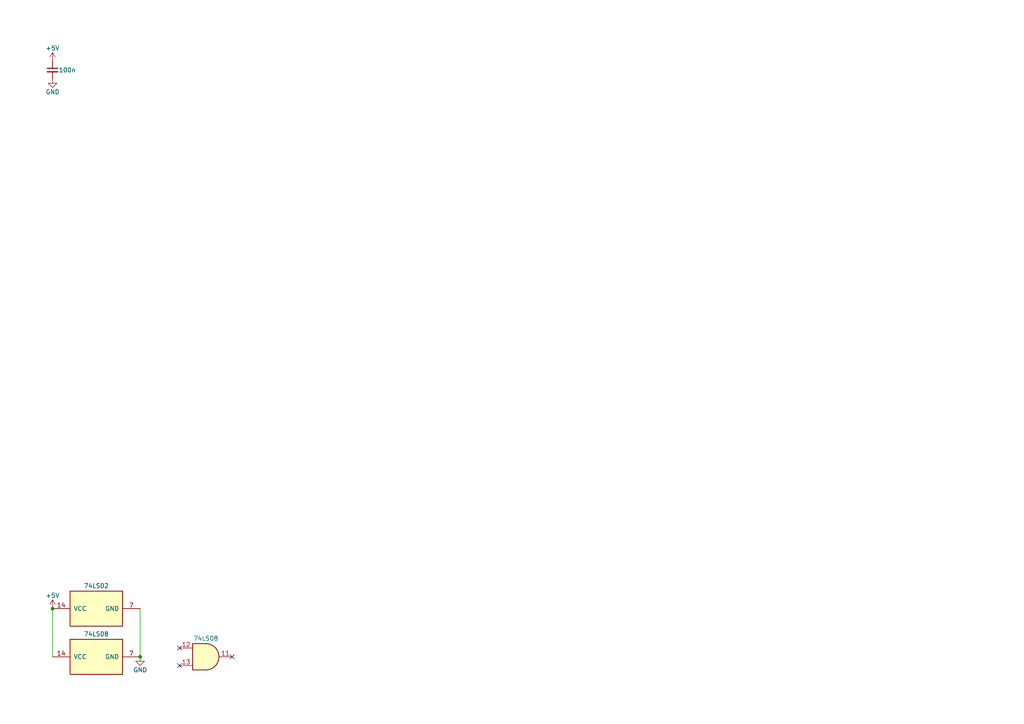
<source format=kicad_sch>
(kicad_sch (version 20250114) (generator "eeschema") (generator_version "9.0")
  (paper "A4")
  (lib_symbols
    (symbol "74xx:74LS02" (pin_names (offset 1.016))
      (property "Reference" "U" (at 0 1.27 0))
      (property "Value" "74LS02" (at 0 -1.27 0))
      (symbol "74LS02_1_1"
        (arc (start -3.81 3.81) (mid -2.589 0) (end -3.81 -3.81) (stroke (width 0.254)))
        (polyline (pts (xy -3.81 3.81) (xy -0.635 3.81)) (stroke (width 0.254)) (fill (type background)))
        (polyline (pts (xy -3.81 -3.81) (xy -0.635 -3.81)) (stroke (width 0.254)) (fill (type background)))
        (arc (start 3.81 0) (mid 2.1855 -2.584) (end -0.6096 -3.81) (stroke (width 0.254)) (fill (type background)))
        (arc (start -0.6096 3.81) (mid 2.1928 2.5924) (end 3.81 0) (stroke (width 0.254)) (fill (type background)))
        (polyline (pts (xy -0.635 3.81) (xy -3.81 3.81) (xy -3.81 3.81) (xy -3.556 3.4036) (xy -3.0226 2.2606) (xy -2.6924 1.0414) (xy -2.6162 -0.254) (xy -2.7686 -1.4986) (xy -3.175 -2.7178) (xy -3.81 -3.81) (xy -3.81 -3.81) (xy -0.635 -3.81)) (stroke (width -25.4)) (fill (type background)))
        (pin input line (at -7.62 2.54 0) (length 4.318) (name "~") (number "2"))
        (pin input line (at -7.62 -2.54 0) (length 4.318) (name "~") (number "3"))
        (pin output inverted (at 7.62 0 180) (length 3.81) (name "~") (number "1"))
      )
      (symbol "74LS02_1_2"
        (arc (start 0 3.81) (mid 3.7934 0) (end 0 -3.81) (stroke (width 0.254)) (fill (type background)))
        (polyline (pts (xy 0 3.81) (xy -3.81 3.81) (xy -3.81 -3.81) (xy 0 -3.81)) (stroke (width 0.254)) (fill (type background)))
        (pin input inverted (at -7.62 2.54 0) (length 3.81) (name "~") (number "2"))
        (pin input inverted (at -7.62 -2.54 0) (length 3.81) (name "~") (number "3"))
        (pin output line (at 7.62 0 180) (length 3.81) (name "~") (number "1"))
      )
      (symbol "74LS02_2_1"
        (arc (start -3.81 3.81) (mid -2.589 0) (end -3.81 -3.81) (stroke (width 0.254)))
        (polyline (pts (xy -3.81 3.81) (xy -0.635 3.81)) (stroke (width 0.254)) (fill (type background)))
        (polyline (pts (xy -3.81 -3.81) (xy -0.635 -3.81)) (stroke (width 0.254)) (fill (type background)))
        (arc (start 3.81 0) (mid 2.1855 -2.584) (end -0.6096 -3.81) (stroke (width 0.254)) (fill (type background)))
        (arc (start -0.6096 3.81) (mid 2.1928 2.5924) (end 3.81 0) (stroke (width 0.254)) (fill (type background)))
        (polyline (pts (xy -0.635 3.81) (xy -3.81 3.81) (xy -3.81 3.81) (xy -3.556 3.4036) (xy -3.0226 2.2606) (xy -2.6924 1.0414) (xy -2.6162 -0.254) (xy -2.7686 -1.4986) (xy -3.175 -2.7178) (xy -3.81 -3.81) (xy -3.81 -3.81) (xy -0.635 -3.81)) (stroke (width -25.4)) (fill (type background)))
        (pin input line (at -7.62 2.54 0) (length 4.318) (name "~") (number "5"))
        (pin input line (at -7.62 -2.54 0) (length 4.318) (name "~") (number "6"))
        (pin output inverted (at 7.62 0 180) (length 3.81) (name "~") (number "4"))
      )
      (symbol "74LS02_2_2"
        (arc (start 0 3.81) (mid 3.7934 0) (end 0 -3.81) (stroke (width 0.254)) (fill (type background)))
        (polyline (pts (xy 0 3.81) (xy -3.81 3.81) (xy -3.81 -3.81) (xy 0 -3.81)) (stroke (width 0.254)) (fill (type background)))
        (pin input inverted (at -7.62 2.54 0) (length 3.81) (name "~") (number "5"))
        (pin input inverted (at -7.62 -2.54 0) (length 3.81) (name "~") (number "6"))
        (pin output line (at 7.62 0 180) (length 3.81) (name "~") (number "4"))
      )
      (symbol "74LS02_3_1"
        (arc (start -3.81 3.81) (mid -2.589 0) (end -3.81 -3.81) (stroke (width 0.254)))
        (polyline (pts (xy -3.81 3.81) (xy -0.635 3.81)) (stroke (width 0.254)) (fill (type background)))
        (polyline (pts (xy -3.81 -3.81) (xy -0.635 -3.81)) (stroke (width 0.254)) (fill (type background)))
        (arc (start 3.81 0) (mid 2.1855 -2.584) (end -0.6096 -3.81) (stroke (width 0.254)) (fill (type background)))
        (arc (start -0.6096 3.81) (mid 2.1928 2.5924) (end 3.81 0) (stroke (width 0.254)) (fill (type background)))
        (polyline (pts (xy -0.635 3.81) (xy -3.81 3.81) (xy -3.81 3.81) (xy -3.556 3.4036) (xy -3.0226 2.2606) (xy -2.6924 1.0414) (xy -2.6162 -0.254) (xy -2.7686 -1.4986) (xy -3.175 -2.7178) (xy -3.81 -3.81) (xy -3.81 -3.81) (xy -0.635 -3.81)) (stroke (width -25.4)) (fill (type background)))
        (pin input line (at -7.62 2.54 0) (length 4.318) (name "~") (number "8"))
        (pin input line (at -7.62 -2.54 0) (length 4.318) (name "~") (number "9"))
        (pin output inverted (at 7.62 0 180) (length 3.81) (name "~") (number "10"))
      )
      (symbol "74LS02_3_2"
        (arc (start 0 3.81) (mid 3.7934 0) (end 0 -3.81) (stroke (width 0.254)) (fill (type background)))
        (polyline (pts (xy 0 3.81) (xy -3.81 3.81) (xy -3.81 -3.81) (xy 0 -3.81)) (stroke (width 0.254)) (fill (type background)))
        (pin input inverted (at -7.62 2.54 0) (length 3.81) (name "~") (number "8"))
        (pin input inverted (at -7.62 -2.54 0) (length 3.81) (name "~") (number "9"))
        (pin output line (at 7.62 0 180) (length 3.81) (name "~") (number "10"))
      )
      (symbol "74LS02_4_1"
        (arc (start -3.81 3.81) (mid -2.589 0) (end -3.81 -3.81) (stroke (width 0.254)))
        (polyline (pts (xy -3.81 3.81) (xy -0.635 3.81)) (stroke (width 0.254)) (fill (type background)))
        (polyline (pts (xy -3.81 -3.81) (xy -0.635 -3.81)) (stroke (width 0.254)) (fill (type background)))
        (arc (start 3.81 0) (mid 2.1855 -2.584) (end -0.6096 -3.81) (stroke (width 0.254)) (fill (type background)))
        (arc (start -0.6096 3.81) (mid 2.1928 2.5924) (end 3.81 0) (stroke (width 0.254)) (fill (type background)))
        (polyline (pts (xy -0.635 3.81) (xy -3.81 3.81) (xy -3.81 3.81) (xy -3.556 3.4036) (xy -3.0226 2.2606) (xy -2.6924 1.0414) (xy -2.6162 -0.254) (xy -2.7686 -1.4986) (xy -3.175 -2.7178) (xy -3.81 -3.81) (xy -3.81 -3.81) (xy -0.635 -3.81)) (stroke (width -25.4)) (fill (type background)))
        (pin input line (at -7.62 2.54 0) (length 4.318) (name "~") (number "11"))
        (pin input line (at -7.62 -2.54 0) (length 4.318) (name "~") (number "12"))
        (pin output inverted (at 7.62 0 180) (length 3.81) (name "~") (number "13"))
      )
      (symbol "74LS02_4_2"
        (arc (start 0 3.81) (mid 3.7934 0) (end 0 -3.81) (stroke (width 0.254)) (fill (type background)))
        (polyline (pts (xy 0 3.81) (xy -3.81 3.81) (xy -3.81 -3.81) (xy 0 -3.81)) (stroke (width 0.254)) (fill (type background)))
        (pin input inverted (at -7.62 2.54 0) (length 3.81) (name "~") (number "11"))
        (pin input inverted (at -7.62 -2.54 0) (length 3.81) (name "~") (number "12"))
        (pin output line (at 7.62 0 180) (length 3.81) (name "~") (number "13"))
      )
      (symbol "74LS02_5_0"
        (pin power_in line (at 0 12.7 270) (length 5.08) (name "VCC") (number "14"))
        (pin power_in line (at 0 -12.7 90) (length 5.08) (name "GND") (number "7"))
      )
      (symbol "74LS02_5_1"
        (rectangle (start -5.08 7.62) (end 5.08 -7.62) (stroke (width 0.254)) (fill (type background)))
      )
    )
    (symbol "74xx:74LS08" (pin_names (offset 1.016))
      (property "Reference" "U" (at 0 1.27 0))
      (property "Value" "74LS08" (at 0 -1.27 0))
      (symbol "74LS08_1_1"
        (arc (start 0 3.81) (mid 3.7934 0) (end 0 -3.81) (stroke (width 0.254)) (fill (type background)))
        (polyline (pts (xy 0 3.81) (xy -3.81 3.81) (xy -3.81 -3.81) (xy 0 -3.81)) (stroke (width 0.254)) (fill (type background)))
        (pin input line (at -7.62 2.54 0) (length 3.81) (name "~") (number "1"))
        (pin input line (at -7.62 -2.54 0) (length 3.81) (name "~") (number "2"))
        (pin output line (at 7.62 0 180) (length 3.81) (name "~") (number "3"))
      )
      (symbol "74LS08_1_2"
        (arc (start -3.81 3.81) (mid -2.589 0) (end -3.81 -3.81) (stroke (width 0.254)))
        (polyline (pts (xy -3.81 3.81) (xy -0.635 3.81)) (stroke (width 0.254)) (fill (type background)))
        (polyline (pts (xy -3.81 -3.81) (xy -0.635 -3.81)) (stroke (width 0.254)) (fill (type background)))
        (arc (start 3.81 0) (mid 2.1855 -2.584) (end -0.6096 -3.81) (stroke (width 0.254)) (fill (type background)))
        (arc (start -0.6096 3.81) (mid 2.1928 2.5924) (end 3.81 0) (stroke (width 0.254)) (fill (type background)))
        (polyline (pts (xy -0.635 3.81) (xy -3.81 3.81) (xy -3.81 3.81) (xy -3.556 3.4036) (xy -3.0226 2.2606) (xy -2.6924 1.0414) (xy -2.6162 -0.254) (xy -2.7686 -1.4986) (xy -3.175 -2.7178) (xy -3.81 -3.81) (xy -3.81 -3.81) (xy -0.635 -3.81)) (stroke (width -25.4)) (fill (type background)))
        (pin input inverted (at -7.62 2.54 0) (length 4.318) (name "~") (number "1"))
        (pin input inverted (at -7.62 -2.54 0) (length 4.318) (name "~") (number "2"))
        (pin output inverted (at 7.62 0 180) (length 3.81) (name "~") (number "3"))
      )
      (symbol "74LS08_2_1"
        (arc (start 0 3.81) (mid 3.7934 0) (end 0 -3.81) (stroke (width 0.254)) (fill (type background)))
        (polyline (pts (xy 0 3.81) (xy -3.81 3.81) (xy -3.81 -3.81) (xy 0 -3.81)) (stroke (width 0.254)) (fill (type background)))
        (pin input line (at -7.62 2.54 0) (length 3.81) (name "~") (number "4"))
        (pin input line (at -7.62 -2.54 0) (length 3.81) (name "~") (number "5"))
        (pin output line (at 7.62 0 180) (length 3.81) (name "~") (number "6"))
      )
      (symbol "74LS08_2_2"
        (arc (start -3.81 3.81) (mid -2.589 0) (end -3.81 -3.81) (stroke (width 0.254)))
        (polyline (pts (xy -3.81 3.81) (xy -0.635 3.81)) (stroke (width 0.254)) (fill (type background)))
        (polyline (pts (xy -3.81 -3.81) (xy -0.635 -3.81)) (stroke (width 0.254)) (fill (type background)))
        (arc (start 3.81 0) (mid 2.1855 -2.584) (end -0.6096 -3.81) (stroke (width 0.254)) (fill (type background)))
        (arc (start -0.6096 3.81) (mid 2.1928 2.5924) (end 3.81 0) (stroke (width 0.254)) (fill (type background)))
        (polyline (pts (xy -0.635 3.81) (xy -3.81 3.81) (xy -3.81 3.81) (xy -3.556 3.4036) (xy -3.0226 2.2606) (xy -2.6924 1.0414) (xy -2.6162 -0.254) (xy -2.7686 -1.4986) (xy -3.175 -2.7178) (xy -3.81 -3.81) (xy -3.81 -3.81) (xy -0.635 -3.81)) (stroke (width -25.4)) (fill (type background)))
        (pin input inverted (at -7.62 2.54 0) (length 4.318) (name "~") (number "4"))
        (pin input inverted (at -7.62 -2.54 0) (length 4.318) (name "~") (number "5"))
        (pin output inverted (at 7.62 0 180) (length 3.81) (name "~") (number "6"))
      )
      (symbol "74LS08_3_1"
        (arc (start 0 3.81) (mid 3.7934 0) (end 0 -3.81) (stroke (width 0.254)) (fill (type background)))
        (polyline (pts (xy 0 3.81) (xy -3.81 3.81) (xy -3.81 -3.81) (xy 0 -3.81)) (stroke (width 0.254)) (fill (type background)))
        (pin input line (at -7.62 2.54 0) (length 3.81) (name "~") (number "9"))
        (pin input line (at -7.62 -2.54 0) (length 3.81) (name "~") (number "10"))
        (pin output line (at 7.62 0 180) (length 3.81) (name "~") (number "8"))
      )
      (symbol "74LS08_3_2"
        (arc (start -3.81 3.81) (mid -2.589 0) (end -3.81 -3.81) (stroke (width 0.254)))
        (polyline (pts (xy -3.81 3.81) (xy -0.635 3.81)) (stroke (width 0.254)) (fill (type background)))
        (polyline (pts (xy -3.81 -3.81) (xy -0.635 -3.81)) (stroke (width 0.254)) (fill (type background)))
        (arc (start 3.81 0) (mid 2.1855 -2.584) (end -0.6096 -3.81) (stroke (width 0.254)) (fill (type background)))
        (arc (start -0.6096 3.81) (mid 2.1928 2.5924) (end 3.81 0) (stroke (width 0.254)) (fill (type background)))
        (polyline (pts (xy -0.635 3.81) (xy -3.81 3.81) (xy -3.81 3.81) (xy -3.556 3.4036) (xy -3.0226 2.2606) (xy -2.6924 1.0414) (xy -2.6162 -0.254) (xy -2.7686 -1.4986) (xy -3.175 -2.7178) (xy -3.81 -3.81) (xy -3.81 -3.81) (xy -0.635 -3.81)) (stroke (width -25.4)) (fill (type background)))
        (pin input inverted (at -7.62 2.54 0) (length 4.318) (name "~") (number "9"))
        (pin input inverted (at -7.62 -2.54 0) (length 4.318) (name "~") (number "10"))
        (pin output inverted (at 7.62 0 180) (length 3.81) (name "~") (number "8"))
      )
      (symbol "74LS08_4_1"
        (arc (start 0 3.81) (mid 3.7934 0) (end 0 -3.81) (stroke (width 0.254)) (fill (type background)))
        (polyline (pts (xy 0 3.81) (xy -3.81 3.81) (xy -3.81 -3.81) (xy 0 -3.81)) (stroke (width 0.254)) (fill (type background)))
        (pin input line (at -7.62 2.54 0) (length 3.81) (name "~") (number "12"))
        (pin input line (at -7.62 -2.54 0) (length 3.81) (name "~") (number "13"))
        (pin output line (at 7.62 0 180) (length 3.81) (name "~") (number "11"))
      )
      (symbol "74LS08_4_2"
        (arc (start -3.81 3.81) (mid -2.589 0) (end -3.81 -3.81) (stroke (width 0.254)))
        (polyline (pts (xy -3.81 3.81) (xy -0.635 3.81)) (stroke (width 0.254)) (fill (type background)))
        (polyline (pts (xy -3.81 -3.81) (xy -0.635 -3.81)) (stroke (width 0.254)) (fill (type background)))
        (arc (start 3.81 0) (mid 2.1855 -2.584) (end -0.6096 -3.81) (stroke (width 0.254)) (fill (type background)))
        (arc (start -0.6096 3.81) (mid 2.1928 2.5924) (end 3.81 0) (stroke (width 0.254)) (fill (type background)))
        (polyline (pts (xy -0.635 3.81) (xy -3.81 3.81) (xy -3.81 3.81) (xy -3.556 3.4036) (xy -3.0226 2.2606) (xy -2.6924 1.0414) (xy -2.6162 -0.254) (xy -2.7686 -1.4986) (xy -3.175 -2.7178) (xy -3.81 -3.81) (xy -3.81 -3.81) (xy -0.635 -3.81)) (stroke (width -25.4)) (fill (type background)))
        (pin input inverted (at -7.62 2.54 0) (length 4.318) (name "~") (number "12"))
        (pin input inverted (at -7.62 -2.54 0) (length 4.318) (name "~") (number "13"))
        (pin output inverted (at 7.62 0 180) (length 3.81) (name "~") (number "11"))
      )
      (symbol "74LS08_5_0"
        (pin power_in line (at 0 12.7 270) (length 5.08) (name "VCC") (number "14"))
        (pin power_in line (at 0 -12.7 90) (length 5.08) (name "GND") (number "7"))
      )
      (symbol "74LS08_5_1"
        (rectangle (start -5.08 7.62) (end 5.08 -7.62) (stroke (width 0.254)) (fill (type background)))
      )
    )
    (symbol "Device:C_Small" (pin_numbers (hide yes)) (pin_names (offset 0.254) (hide yes))
      (property "Reference" "C" (at 0.254 1.778 0))
      (property "Value" "C_Small" (at 0.254 -2.032 0))
      (symbol "C_Small_0_1"
        (polyline (pts (xy -1.524 0.508) (xy 1.524 0.508)) (stroke (width 0.3048)))
        (polyline (pts (xy -1.524 -0.508) (xy 1.524 -0.508)) (stroke (width 0.3302)))
      )
      (symbol "C_Small_1_1"
        (pin passive line (at 0 2.54 270) (length 2.032) (name "~") (number "1"))
        (pin passive line (at 0 -2.54 90) (length 2.032) (name "~") (number "2"))
      )
    )
    (symbol "power:+5V" (power) (pin_numbers (hide yes)) (pin_names (offset 0) (hide yes))
      (property "Value" "+5V" (at 0 3.556 0))
      (symbol "+5V_0_1"
        (polyline (pts (xy -0.762 1.27) (xy 0 2.54)))
        (polyline (pts (xy 0 2.54) (xy 0.762 1.27)))
        (polyline (pts (xy 0 0) (xy 0 2.54)))
      )
      (symbol "+5V_1_1"
        (pin power_in line (at 0 0 90) (length 0) (name "~") (number "1"))
      )
    )
    (symbol "power:GND" (power) (pin_numbers (hide yes)) (pin_names (offset 0) (hide yes))
      (property "Value" "GND" (at 0 -3.81 0))
      (symbol "GND_0_1"
        (polyline (pts (xy 0 0) (xy 0 -1.27) (xy 1.27 -1.27) (xy 0 -2.54) (xy -1.27 -1.27) (xy 0 -1.27)))
      )
      (symbol "GND_1_1"
        (pin power_in line (at 0 0 270) (length 0) (name "~") (number "1"))
      )
    )
  )
  (junction (at 15.24 176.53))
  (junction (at 40.64 190.5))
  (no_connect (at 52.07 193.04))
  (no_connect (at 67.31 190.5))
  (no_connect (at 52.07 187.96))
  (wire (pts (xy 40.64 176.53) (xy 40.64 190.5)))
  (wire (pts (xy 15.24 176.53) (xy 15.24 190.5)))
  (symbol (lib_id "power:+5V") (at 15.24 176.53 0) (unit 1)
    (property "Reference" "#PWR0115" (effects (hide yes)))
    (property "Value" "+5V" (at 15.24 172.72 0))
    (property "Description" "Power symbol creates a global label with name \"+5V\"" (effects (hide yes)))
  )
  (symbol (lib_id "74xx:74LS08") (at 59.69 190.5 0) (unit 4)
    (property "Reference" "U38" (effects (hide yes)))
    (property "Value" "74LS08" (at 59.69 185.166 0))
    (property "Datasheet" "http://www.ti.com/lit/gpn/sn74LS08" (effects (hide yes)))
    (property "Description" "Quad And2" (effects (hide yes)))
  )
  (symbol (lib_id "power:GND") (at 15.24 22.86 0) (unit 1)
    (property "Reference" "#PWR0109" (effects (hide yes)))
    (property "Value" "GND" (at 13.208 26.67 0) (effects (justify left)))
    (property "Description" "Power symbol creates a global label with name \"GND\" , ground" (effects (hide yes)))
  )
  (symbol (lib_id "power:GND") (at 40.64 190.5 0) (unit 1)
    (property "Reference" "#PWR0114" (effects (hide yes)))
    (property "Value" "GND" (at 38.608 194.31 0) (effects (justify left)))
    (property "Description" "Power symbol creates a global label with name \"GND\" , ground" (effects (hide yes)))
  )
  (symbol (lib_id "power:+5V") (at 15.24 17.78 0) (unit 1)
    (property "Reference" "#PWR0104" (effects (hide yes)))
    (property "Value" "+5V" (at 15.24 13.97 0))
    (property "Description" "Power symbol creates a global label with name \"+5V\"" (effects (hide yes)))
  )
  (symbol (lib_id "74xx:74LS08") (at 27.94 190.5 90) (unit 5)
    (property "Reference" "U38" (effects (hide yes)))
    (property "Value" "74LS08" (at 27.94 183.896 90))
    (property "Datasheet" "http://www.ti.com/lit/gpn/sn74LS08" (effects (hide yes)))
    (property "Description" "Quad And2" (effects (hide yes)))
  )
  (symbol (lib_id "74xx:74LS02") (at 27.94 176.53 90) (unit 5)
    (property "Reference" "U37" (effects (hide yes)))
    (property "Value" "74LS02" (at 27.94 169.926 90))
    (property "Datasheet" "http://www.ti.com/lit/gpn/sn74ls02" (effects (hide yes)))
    (property "Description" "quad 2-input NOR gate" (effects (hide yes)))
  )
  (symbol (lib_id "Device:C_Small") (at 15.24 20.32 0) (unit 1)
    (property "Reference" "C18" (effects (hide yes)))
    (property "Value" "100n" (at 17.018 20.32 0) (effects (justify left)))
    (property "Description" "Unpolarized capacitor, small symbol" (effects (hide yes)))
  )
)
</source>
